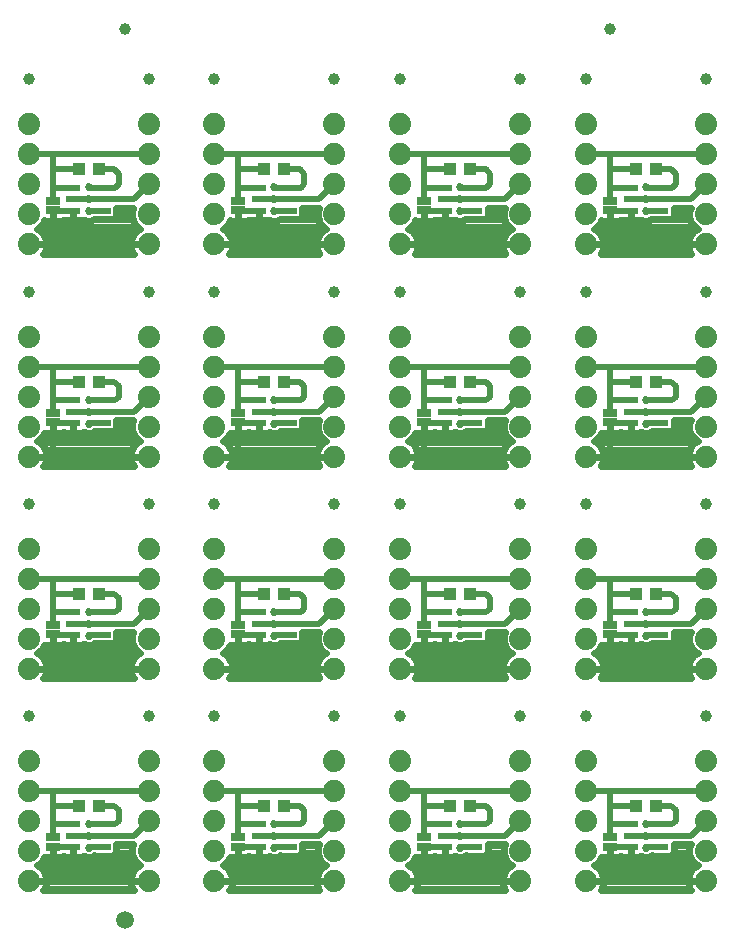
<source format=gtl>
G75*
%MOIN*%
%OFA0B0*%
%FSLAX25Y25*%
%IPPOS*%
%LPD*%
%AMOC8*
5,1,8,0,0,1.08239X$1,22.5*
%
%ADD10C,0.03937*%
%ADD11C,0.07400*%
%ADD12R,0.04724X0.02165*%
%ADD13R,0.04331X0.03937*%
%ADD14R,0.05000X0.02500*%
%ADD15C,0.05906*%
%ADD16C,0.02000*%
%ADD17C,0.02400*%
%ADD18C,0.02700*%
D10*
X0043750Y0088500D03*
X0083750Y0088500D03*
X0105671Y0088500D03*
X0145671Y0088500D03*
X0167592Y0088500D03*
X0207592Y0088500D03*
X0229514Y0088500D03*
X0269514Y0088500D03*
X0269514Y0159201D03*
X0229514Y0159201D03*
X0207592Y0159201D03*
X0167592Y0159201D03*
X0145671Y0159201D03*
X0105671Y0159201D03*
X0083750Y0159201D03*
X0043750Y0159201D03*
X0043750Y0229902D03*
X0083750Y0229902D03*
X0105671Y0229902D03*
X0145671Y0229902D03*
X0167592Y0229902D03*
X0207592Y0229902D03*
X0229514Y0229902D03*
X0269514Y0229902D03*
X0269514Y0300602D03*
X0237435Y0317553D03*
X0229514Y0300602D03*
X0207592Y0300602D03*
X0167592Y0300602D03*
X0145671Y0300602D03*
X0105671Y0300602D03*
X0083750Y0300602D03*
X0075750Y0317553D03*
X0043750Y0300602D03*
D11*
X0043750Y0033500D03*
X0043750Y0043500D03*
X0043750Y0053500D03*
X0043750Y0063500D03*
X0043750Y0073500D03*
X0043750Y0104201D03*
X0043750Y0114201D03*
X0043750Y0124201D03*
X0043750Y0134201D03*
X0043750Y0144201D03*
X0043750Y0174902D03*
X0043750Y0184902D03*
X0043750Y0194902D03*
X0043750Y0204902D03*
X0043750Y0214902D03*
X0043750Y0245602D03*
X0043750Y0255602D03*
X0043750Y0265602D03*
X0043750Y0275602D03*
X0043750Y0285602D03*
X0083750Y0285602D03*
X0083750Y0275602D03*
X0083750Y0265602D03*
X0083750Y0255602D03*
X0083750Y0245602D03*
X0105671Y0245602D03*
X0105671Y0255602D03*
X0105671Y0265602D03*
X0105671Y0275602D03*
X0105671Y0285602D03*
X0145671Y0285602D03*
X0145671Y0275602D03*
X0145671Y0265602D03*
X0145671Y0255602D03*
X0145671Y0245602D03*
X0167592Y0245602D03*
X0167592Y0255602D03*
X0167592Y0265602D03*
X0167592Y0275602D03*
X0167592Y0285602D03*
X0207592Y0285602D03*
X0207592Y0275602D03*
X0207592Y0265602D03*
X0207592Y0255602D03*
X0207592Y0245602D03*
X0229514Y0245602D03*
X0229514Y0255602D03*
X0229514Y0265602D03*
X0229514Y0275602D03*
X0229514Y0285602D03*
X0269514Y0285602D03*
X0269514Y0275602D03*
X0269514Y0265602D03*
X0269514Y0255602D03*
X0269514Y0245602D03*
X0269514Y0214902D03*
X0269514Y0204902D03*
X0269514Y0194902D03*
X0269514Y0184902D03*
X0269514Y0174902D03*
X0269514Y0144201D03*
X0269514Y0134201D03*
X0269514Y0124201D03*
X0269514Y0114201D03*
X0269514Y0104201D03*
X0269514Y0073500D03*
X0269514Y0063500D03*
X0269514Y0053500D03*
X0269514Y0043500D03*
X0269514Y0033500D03*
X0229514Y0033500D03*
X0229514Y0043500D03*
X0229514Y0053500D03*
X0229514Y0063500D03*
X0229514Y0073500D03*
X0207592Y0073500D03*
X0207592Y0063500D03*
X0207592Y0053500D03*
X0207592Y0043500D03*
X0207592Y0033500D03*
X0167592Y0033500D03*
X0167592Y0043500D03*
X0167592Y0053500D03*
X0167592Y0063500D03*
X0167592Y0073500D03*
X0145671Y0073500D03*
X0145671Y0063500D03*
X0145671Y0053500D03*
X0145671Y0043500D03*
X0145671Y0033500D03*
X0105671Y0033500D03*
X0105671Y0043500D03*
X0105671Y0053500D03*
X0105671Y0063500D03*
X0105671Y0073500D03*
X0083750Y0073500D03*
X0083750Y0063500D03*
X0083750Y0053500D03*
X0083750Y0043500D03*
X0083750Y0033500D03*
X0083750Y0104201D03*
X0083750Y0114201D03*
X0083750Y0124201D03*
X0083750Y0134201D03*
X0083750Y0144201D03*
X0105671Y0144201D03*
X0105671Y0134201D03*
X0105671Y0124201D03*
X0105671Y0114201D03*
X0105671Y0104201D03*
X0145671Y0104201D03*
X0145671Y0114201D03*
X0145671Y0124201D03*
X0145671Y0134201D03*
X0145671Y0144201D03*
X0167592Y0144201D03*
X0167592Y0134201D03*
X0167592Y0124201D03*
X0167592Y0114201D03*
X0167592Y0104201D03*
X0207592Y0104201D03*
X0207592Y0114201D03*
X0207592Y0124201D03*
X0207592Y0134201D03*
X0207592Y0144201D03*
X0229514Y0144201D03*
X0229514Y0134201D03*
X0229514Y0124201D03*
X0229514Y0114201D03*
X0229514Y0104201D03*
X0229514Y0174902D03*
X0229514Y0184902D03*
X0229514Y0194902D03*
X0229514Y0204902D03*
X0229514Y0214902D03*
X0207592Y0214902D03*
X0207592Y0204902D03*
X0207592Y0194902D03*
X0207592Y0184902D03*
X0207592Y0174902D03*
X0167592Y0174902D03*
X0167592Y0184902D03*
X0167592Y0194902D03*
X0167592Y0204902D03*
X0167592Y0214902D03*
X0145671Y0214902D03*
X0145671Y0204902D03*
X0145671Y0194902D03*
X0145671Y0184902D03*
X0145671Y0174902D03*
X0105671Y0174902D03*
X0105671Y0184902D03*
X0105671Y0194902D03*
X0105671Y0204902D03*
X0105671Y0214902D03*
X0083750Y0214902D03*
X0083750Y0204902D03*
X0083750Y0194902D03*
X0083750Y0184902D03*
X0083750Y0174902D03*
D12*
X0068869Y0186161D03*
X0068869Y0193642D03*
X0058631Y0193642D03*
X0058631Y0189902D03*
X0058631Y0186161D03*
X0120553Y0186161D03*
X0120553Y0189902D03*
X0120553Y0193642D03*
X0130790Y0193642D03*
X0130790Y0186161D03*
X0182474Y0186161D03*
X0182474Y0189902D03*
X0182474Y0193642D03*
X0192711Y0193642D03*
X0192711Y0186161D03*
X0244395Y0186161D03*
X0244395Y0189902D03*
X0244395Y0193642D03*
X0254632Y0193642D03*
X0254632Y0186161D03*
X0254632Y0122941D03*
X0254632Y0115461D03*
X0244395Y0115461D03*
X0244395Y0119201D03*
X0244395Y0122941D03*
X0192711Y0122941D03*
X0192711Y0115461D03*
X0182474Y0115461D03*
X0182474Y0119201D03*
X0182474Y0122941D03*
X0130790Y0122941D03*
X0130790Y0115461D03*
X0120553Y0115461D03*
X0120553Y0119201D03*
X0120553Y0122941D03*
X0068869Y0122941D03*
X0068869Y0115461D03*
X0058631Y0115461D03*
X0058631Y0119201D03*
X0058631Y0122941D03*
X0058631Y0052240D03*
X0058631Y0048500D03*
X0058631Y0044760D03*
X0068869Y0044760D03*
X0068869Y0052240D03*
X0120553Y0052240D03*
X0120553Y0048500D03*
X0120553Y0044760D03*
X0130790Y0044760D03*
X0130790Y0052240D03*
X0182474Y0052240D03*
X0182474Y0048500D03*
X0182474Y0044760D03*
X0192711Y0044760D03*
X0192711Y0052240D03*
X0244395Y0052240D03*
X0244395Y0048500D03*
X0244395Y0044760D03*
X0254632Y0044760D03*
X0254632Y0052240D03*
X0254632Y0256862D03*
X0254632Y0264343D03*
X0244395Y0264343D03*
X0244395Y0260602D03*
X0244395Y0256862D03*
X0192711Y0256862D03*
X0192711Y0264343D03*
X0182474Y0264343D03*
X0182474Y0260602D03*
X0182474Y0256862D03*
X0130790Y0256862D03*
X0130790Y0264343D03*
X0120553Y0264343D03*
X0120553Y0260602D03*
X0120553Y0256862D03*
X0068869Y0256862D03*
X0068869Y0264343D03*
X0058631Y0264343D03*
X0058631Y0260602D03*
X0058631Y0256862D03*
D13*
X0060404Y0270602D03*
X0067096Y0270602D03*
X0122325Y0270602D03*
X0129018Y0270602D03*
X0184246Y0270602D03*
X0190939Y0270602D03*
X0246167Y0270602D03*
X0252860Y0270602D03*
X0252860Y0199902D03*
X0246167Y0199902D03*
X0190939Y0199902D03*
X0184246Y0199902D03*
X0129018Y0199902D03*
X0122325Y0199902D03*
X0067096Y0199902D03*
X0060404Y0199902D03*
X0060404Y0129201D03*
X0067096Y0129201D03*
X0122325Y0129201D03*
X0129018Y0129201D03*
X0184246Y0129201D03*
X0190939Y0129201D03*
X0246167Y0129201D03*
X0252860Y0129201D03*
X0252860Y0058500D03*
X0246167Y0058500D03*
X0190939Y0058500D03*
X0184246Y0058500D03*
X0129018Y0058500D03*
X0122325Y0058500D03*
X0067096Y0058500D03*
X0060404Y0058500D03*
D14*
X0051750Y0048100D03*
X0051750Y0044900D03*
X0113671Y0044900D03*
X0113671Y0048100D03*
X0175592Y0048100D03*
X0175592Y0044900D03*
X0237514Y0044900D03*
X0237514Y0048100D03*
X0237514Y0115601D03*
X0237514Y0118801D03*
X0175592Y0118801D03*
X0175592Y0115601D03*
X0113671Y0115601D03*
X0113671Y0118801D03*
X0051750Y0118801D03*
X0051750Y0115601D03*
X0051750Y0186302D03*
X0051750Y0189502D03*
X0113671Y0189502D03*
X0113671Y0186302D03*
X0175592Y0186302D03*
X0175592Y0189502D03*
X0237514Y0189502D03*
X0237514Y0186302D03*
X0237514Y0257002D03*
X0237514Y0260202D03*
X0175592Y0260202D03*
X0175592Y0257002D03*
X0113671Y0257002D03*
X0113671Y0260202D03*
X0051750Y0260202D03*
X0051750Y0257002D03*
D15*
X0075750Y0020250D03*
D16*
X0083750Y0033500D02*
X0051750Y0033500D01*
X0051750Y0044500D01*
X0052010Y0044760D01*
X0058631Y0044760D01*
X0058631Y0048500D02*
X0063750Y0048500D01*
X0078750Y0048500D01*
X0083750Y0053500D01*
X0073750Y0053500D02*
X0073750Y0057000D01*
X0072250Y0058500D01*
X0067096Y0058500D01*
X0068869Y0052240D02*
X0064010Y0052240D01*
X0063750Y0052500D01*
X0058631Y0052240D02*
X0051990Y0052240D01*
X0051750Y0052000D01*
X0051750Y0058500D01*
X0060404Y0058500D01*
X0051750Y0058500D02*
X0051750Y0063500D01*
X0083750Y0063500D01*
X0073750Y0053500D02*
X0072490Y0052240D01*
X0068869Y0052240D01*
X0068869Y0044760D02*
X0064010Y0044760D01*
X0063750Y0044500D01*
X0051750Y0044500D02*
X0051750Y0044900D01*
X0051750Y0048100D02*
X0051750Y0052000D01*
X0051750Y0063500D02*
X0043750Y0063500D01*
X0043750Y0033500D02*
X0051750Y0033500D01*
X0105671Y0033500D02*
X0113671Y0033500D01*
X0113671Y0044500D01*
X0113931Y0044760D01*
X0120553Y0044760D01*
X0120553Y0048500D02*
X0125671Y0048500D01*
X0140671Y0048500D01*
X0145671Y0053500D01*
X0135671Y0053500D02*
X0135671Y0057000D01*
X0134171Y0058500D01*
X0129018Y0058500D01*
X0130790Y0052240D02*
X0125931Y0052240D01*
X0125671Y0052500D01*
X0120553Y0052240D02*
X0113911Y0052240D01*
X0113671Y0052000D01*
X0113671Y0058500D01*
X0122325Y0058500D01*
X0113671Y0058500D02*
X0113671Y0063500D01*
X0145671Y0063500D01*
X0135671Y0053500D02*
X0134411Y0052240D01*
X0130790Y0052240D01*
X0130790Y0044760D02*
X0125931Y0044760D01*
X0125671Y0044500D01*
X0113671Y0044500D02*
X0113671Y0044900D01*
X0113671Y0048100D02*
X0113671Y0052000D01*
X0113671Y0063500D02*
X0105671Y0063500D01*
X0113671Y0033500D02*
X0145671Y0033500D01*
X0167592Y0033500D02*
X0175592Y0033500D01*
X0175592Y0044500D01*
X0175852Y0044760D01*
X0182474Y0044760D01*
X0182474Y0048500D02*
X0187592Y0048500D01*
X0202592Y0048500D01*
X0207592Y0053500D01*
X0197592Y0053500D02*
X0197592Y0057000D01*
X0196092Y0058500D01*
X0190939Y0058500D01*
X0192711Y0052240D02*
X0187852Y0052240D01*
X0187592Y0052500D01*
X0182474Y0052240D02*
X0175833Y0052240D01*
X0175592Y0052000D01*
X0175592Y0058500D01*
X0184246Y0058500D01*
X0175592Y0058500D02*
X0175592Y0063500D01*
X0207592Y0063500D01*
X0197592Y0053500D02*
X0196333Y0052240D01*
X0192711Y0052240D01*
X0192711Y0044760D02*
X0187852Y0044760D01*
X0187592Y0044500D01*
X0175592Y0044500D02*
X0175592Y0044900D01*
X0175592Y0048100D02*
X0175592Y0052000D01*
X0175592Y0063500D02*
X0167592Y0063500D01*
X0175592Y0033500D02*
X0207592Y0033500D01*
X0229514Y0033500D02*
X0237514Y0033500D01*
X0237514Y0044500D01*
X0237774Y0044760D01*
X0244395Y0044760D01*
X0244395Y0048500D02*
X0249514Y0048500D01*
X0264514Y0048500D01*
X0269514Y0053500D01*
X0269514Y0063500D02*
X0237514Y0063500D01*
X0237514Y0058500D01*
X0246167Y0058500D01*
X0244395Y0052240D02*
X0237754Y0052240D01*
X0237514Y0052000D01*
X0237514Y0058500D01*
X0237514Y0063500D02*
X0229514Y0063500D01*
X0237514Y0052000D02*
X0237514Y0048100D01*
X0237514Y0044900D02*
X0237514Y0044500D01*
X0249514Y0044500D02*
X0249774Y0044760D01*
X0254632Y0044760D01*
X0254632Y0052240D02*
X0249774Y0052240D01*
X0249514Y0052500D01*
X0254632Y0052240D02*
X0258254Y0052240D01*
X0259514Y0053500D01*
X0259514Y0057000D01*
X0258014Y0058500D01*
X0252860Y0058500D01*
X0237514Y0033500D02*
X0269514Y0033500D01*
X0269514Y0104201D02*
X0237514Y0104201D01*
X0237514Y0115201D01*
X0237774Y0115461D01*
X0244395Y0115461D01*
X0244395Y0119201D02*
X0249514Y0119201D01*
X0264514Y0119201D01*
X0269514Y0124201D01*
X0269514Y0134201D02*
X0237514Y0134201D01*
X0237514Y0129201D01*
X0246167Y0129201D01*
X0244395Y0122941D02*
X0237754Y0122941D01*
X0237514Y0122701D01*
X0237514Y0129201D01*
X0237514Y0134201D02*
X0229514Y0134201D01*
X0237514Y0122701D02*
X0237514Y0118801D01*
X0237514Y0115601D02*
X0237514Y0115201D01*
X0249514Y0115201D02*
X0249774Y0115461D01*
X0254632Y0115461D01*
X0254632Y0122941D02*
X0249774Y0122941D01*
X0249514Y0123201D01*
X0254632Y0122941D02*
X0258254Y0122941D01*
X0259514Y0124201D01*
X0259514Y0127701D01*
X0258014Y0129201D01*
X0252860Y0129201D01*
X0237514Y0104201D02*
X0229514Y0104201D01*
X0207592Y0104201D02*
X0175592Y0104201D01*
X0175592Y0115201D01*
X0175852Y0115461D01*
X0182474Y0115461D01*
X0182474Y0119201D02*
X0187592Y0119201D01*
X0202592Y0119201D01*
X0207592Y0124201D01*
X0197592Y0124201D02*
X0197592Y0127701D01*
X0196092Y0129201D01*
X0190939Y0129201D01*
X0192711Y0122941D02*
X0187852Y0122941D01*
X0187592Y0123201D01*
X0182474Y0122941D02*
X0175833Y0122941D01*
X0175592Y0122701D01*
X0175592Y0129201D01*
X0184246Y0129201D01*
X0175592Y0129201D02*
X0175592Y0134201D01*
X0207592Y0134201D01*
X0197592Y0124201D02*
X0196333Y0122941D01*
X0192711Y0122941D01*
X0192711Y0115461D02*
X0187852Y0115461D01*
X0187592Y0115201D01*
X0175592Y0115201D02*
X0175592Y0115601D01*
X0175592Y0118801D02*
X0175592Y0122701D01*
X0175592Y0134201D02*
X0167592Y0134201D01*
X0145671Y0134201D02*
X0113671Y0134201D01*
X0113671Y0129201D01*
X0122325Y0129201D01*
X0120553Y0122941D02*
X0113911Y0122941D01*
X0113671Y0122701D01*
X0113671Y0129201D01*
X0113671Y0134201D02*
X0105671Y0134201D01*
X0113671Y0122701D02*
X0113671Y0118801D01*
X0113671Y0115601D02*
X0113671Y0115201D01*
X0113931Y0115461D01*
X0120553Y0115461D01*
X0120553Y0119201D02*
X0125671Y0119201D01*
X0140671Y0119201D01*
X0145671Y0124201D01*
X0135671Y0124201D02*
X0135671Y0127701D01*
X0134171Y0129201D01*
X0129018Y0129201D01*
X0130790Y0122941D02*
X0125931Y0122941D01*
X0125671Y0123201D01*
X0130790Y0122941D02*
X0134411Y0122941D01*
X0135671Y0124201D01*
X0130790Y0115461D02*
X0125931Y0115461D01*
X0125671Y0115201D01*
X0113671Y0115201D02*
X0113671Y0104201D01*
X0105671Y0104201D01*
X0113671Y0104201D02*
X0145671Y0104201D01*
X0167592Y0104201D02*
X0175592Y0104201D01*
X0175592Y0174902D02*
X0167592Y0174902D01*
X0175592Y0174902D02*
X0175592Y0185902D01*
X0175852Y0186161D01*
X0182474Y0186161D01*
X0182474Y0189902D02*
X0187592Y0189902D01*
X0202592Y0189902D01*
X0207592Y0194902D01*
X0197592Y0194902D02*
X0197592Y0198402D01*
X0196092Y0199902D01*
X0190939Y0199902D01*
X0192711Y0193642D02*
X0187852Y0193642D01*
X0187592Y0193902D01*
X0182474Y0193642D02*
X0175833Y0193642D01*
X0175592Y0193402D01*
X0175592Y0199902D01*
X0184246Y0199902D01*
X0175592Y0199902D02*
X0175592Y0204902D01*
X0207592Y0204902D01*
X0197592Y0194902D02*
X0196333Y0193642D01*
X0192711Y0193642D01*
X0192711Y0186161D02*
X0187852Y0186161D01*
X0187592Y0185902D01*
X0175592Y0185902D02*
X0175592Y0186302D01*
X0175592Y0189502D02*
X0175592Y0193402D01*
X0175592Y0204902D02*
X0167592Y0204902D01*
X0145671Y0204902D02*
X0113671Y0204902D01*
X0113671Y0199902D01*
X0122325Y0199902D01*
X0120553Y0193642D02*
X0113911Y0193642D01*
X0113671Y0193402D01*
X0113671Y0199902D01*
X0113671Y0204902D02*
X0105671Y0204902D01*
X0113671Y0193402D02*
X0113671Y0189502D01*
X0113671Y0186302D02*
X0113671Y0185902D01*
X0113931Y0186161D01*
X0120553Y0186161D01*
X0120553Y0189902D02*
X0125671Y0189902D01*
X0140671Y0189902D01*
X0145671Y0194902D01*
X0135671Y0194902D02*
X0135671Y0198402D01*
X0134171Y0199902D01*
X0129018Y0199902D01*
X0130790Y0193642D02*
X0125931Y0193642D01*
X0125671Y0193902D01*
X0130790Y0193642D02*
X0134411Y0193642D01*
X0135671Y0194902D01*
X0130790Y0186161D02*
X0125931Y0186161D01*
X0125671Y0185902D01*
X0113671Y0185902D02*
X0113671Y0174902D01*
X0105671Y0174902D01*
X0113671Y0174902D02*
X0145671Y0174902D01*
X0175592Y0174902D02*
X0207592Y0174902D01*
X0229514Y0174902D02*
X0237514Y0174902D01*
X0237514Y0185902D01*
X0237774Y0186161D01*
X0244395Y0186161D01*
X0244395Y0189902D02*
X0249514Y0189902D01*
X0264514Y0189902D01*
X0269514Y0194902D01*
X0269514Y0204902D02*
X0237514Y0204902D01*
X0237514Y0199902D01*
X0246167Y0199902D01*
X0244395Y0193642D02*
X0237754Y0193642D01*
X0237514Y0193402D01*
X0237514Y0199902D01*
X0237514Y0204902D02*
X0229514Y0204902D01*
X0237514Y0193402D02*
X0237514Y0189502D01*
X0237514Y0186302D02*
X0237514Y0185902D01*
X0249514Y0185902D02*
X0249774Y0186161D01*
X0254632Y0186161D01*
X0254632Y0193642D02*
X0249774Y0193642D01*
X0249514Y0193902D01*
X0254632Y0193642D02*
X0258254Y0193642D01*
X0259514Y0194902D01*
X0259514Y0198402D01*
X0258014Y0199902D01*
X0252860Y0199902D01*
X0237514Y0174902D02*
X0269514Y0174902D01*
X0269514Y0245602D02*
X0237514Y0245602D01*
X0237514Y0256602D01*
X0237774Y0256862D01*
X0244395Y0256862D01*
X0244395Y0260602D02*
X0249514Y0260602D01*
X0264514Y0260602D01*
X0269514Y0265602D01*
X0259514Y0265602D02*
X0259514Y0269102D01*
X0258014Y0270602D01*
X0252860Y0270602D01*
X0254632Y0264343D02*
X0249774Y0264343D01*
X0249514Y0264602D01*
X0254632Y0264343D02*
X0258254Y0264343D01*
X0259514Y0265602D01*
X0254632Y0256862D02*
X0249774Y0256862D01*
X0249514Y0256602D01*
X0244395Y0264343D02*
X0237754Y0264343D01*
X0237514Y0264102D01*
X0237514Y0270602D01*
X0246167Y0270602D01*
X0237514Y0270602D02*
X0237514Y0275602D01*
X0269514Y0275602D01*
X0237514Y0275602D02*
X0229514Y0275602D01*
X0237514Y0264102D02*
X0237514Y0260202D01*
X0237514Y0257002D02*
X0237514Y0256602D01*
X0237514Y0245602D02*
X0229514Y0245602D01*
X0207592Y0245602D02*
X0175592Y0245602D01*
X0175592Y0256602D01*
X0175852Y0256862D01*
X0182474Y0256862D01*
X0182474Y0260602D02*
X0187592Y0260602D01*
X0202592Y0260602D01*
X0207592Y0265602D01*
X0197592Y0265602D02*
X0197592Y0269102D01*
X0196092Y0270602D01*
X0190939Y0270602D01*
X0192711Y0264343D02*
X0187852Y0264343D01*
X0187592Y0264602D01*
X0182474Y0264343D02*
X0175833Y0264343D01*
X0175592Y0264102D01*
X0175592Y0270602D01*
X0184246Y0270602D01*
X0175592Y0270602D02*
X0175592Y0275602D01*
X0207592Y0275602D01*
X0197592Y0265602D02*
X0196333Y0264343D01*
X0192711Y0264343D01*
X0192711Y0256862D02*
X0187852Y0256862D01*
X0187592Y0256602D01*
X0175592Y0256602D02*
X0175592Y0257002D01*
X0175592Y0260202D02*
X0175592Y0264102D01*
X0175592Y0275602D02*
X0167592Y0275602D01*
X0145671Y0275602D02*
X0113671Y0275602D01*
X0113671Y0270602D01*
X0122325Y0270602D01*
X0120553Y0264343D02*
X0113911Y0264343D01*
X0113671Y0264102D01*
X0113671Y0270602D01*
X0113671Y0275602D02*
X0105671Y0275602D01*
X0113671Y0264102D02*
X0113671Y0260202D01*
X0113671Y0257002D02*
X0113671Y0256602D01*
X0113931Y0256862D01*
X0120553Y0256862D01*
X0120553Y0260602D02*
X0125671Y0260602D01*
X0140671Y0260602D01*
X0145671Y0265602D01*
X0135671Y0265602D02*
X0135671Y0269102D01*
X0134171Y0270602D01*
X0129018Y0270602D01*
X0130790Y0264343D02*
X0125931Y0264343D01*
X0125671Y0264602D01*
X0130790Y0264343D02*
X0134411Y0264343D01*
X0135671Y0265602D01*
X0130790Y0256862D02*
X0125931Y0256862D01*
X0125671Y0256602D01*
X0113671Y0256602D02*
X0113671Y0245602D01*
X0105671Y0245602D01*
X0113671Y0245602D02*
X0145671Y0245602D01*
X0167592Y0245602D02*
X0175592Y0245602D01*
X0083750Y0245602D02*
X0051750Y0245602D01*
X0051750Y0256602D01*
X0052010Y0256862D01*
X0058631Y0256862D01*
X0058631Y0260602D02*
X0063750Y0260602D01*
X0078750Y0260602D01*
X0083750Y0265602D01*
X0073750Y0265602D02*
X0073750Y0269102D01*
X0072250Y0270602D01*
X0067096Y0270602D01*
X0068869Y0264343D02*
X0064010Y0264343D01*
X0063750Y0264602D01*
X0058631Y0264343D02*
X0051990Y0264343D01*
X0051750Y0264102D01*
X0051750Y0270602D01*
X0060404Y0270602D01*
X0051750Y0270602D02*
X0051750Y0275602D01*
X0083750Y0275602D01*
X0073750Y0265602D02*
X0072490Y0264343D01*
X0068869Y0264343D01*
X0068869Y0256862D02*
X0064010Y0256862D01*
X0063750Y0256602D01*
X0051750Y0256602D02*
X0051750Y0257002D01*
X0051750Y0260202D02*
X0051750Y0264102D01*
X0051750Y0275602D02*
X0043750Y0275602D01*
X0043750Y0245602D02*
X0051750Y0245602D01*
X0051750Y0204902D02*
X0043750Y0204902D01*
X0051750Y0204902D02*
X0051750Y0199902D01*
X0060404Y0199902D01*
X0058631Y0193642D02*
X0051990Y0193642D01*
X0051750Y0193402D01*
X0051750Y0199902D01*
X0051750Y0204902D02*
X0083750Y0204902D01*
X0073750Y0198402D02*
X0072250Y0199902D01*
X0067096Y0199902D01*
X0068869Y0193642D02*
X0064010Y0193642D01*
X0063750Y0193902D01*
X0063750Y0189902D02*
X0058631Y0189902D01*
X0058631Y0186161D02*
X0052010Y0186161D01*
X0051750Y0185902D01*
X0051750Y0174902D01*
X0043750Y0174902D01*
X0051750Y0174902D02*
X0083750Y0174902D01*
X0068869Y0186161D02*
X0064010Y0186161D01*
X0063750Y0185902D01*
X0063750Y0189902D02*
X0078750Y0189902D01*
X0083750Y0194902D01*
X0073750Y0194902D02*
X0073750Y0198402D01*
X0073750Y0194902D02*
X0072490Y0193642D01*
X0068869Y0193642D01*
X0051750Y0193402D02*
X0051750Y0189502D01*
X0051750Y0186302D02*
X0051750Y0185902D01*
X0051750Y0134201D02*
X0043750Y0134201D01*
X0051750Y0134201D02*
X0051750Y0129201D01*
X0060404Y0129201D01*
X0058631Y0122941D02*
X0051990Y0122941D01*
X0051750Y0122701D01*
X0051750Y0129201D01*
X0051750Y0134201D02*
X0083750Y0134201D01*
X0073750Y0127701D02*
X0072250Y0129201D01*
X0067096Y0129201D01*
X0068869Y0122941D02*
X0064010Y0122941D01*
X0063750Y0123201D01*
X0063750Y0119201D02*
X0058631Y0119201D01*
X0058631Y0115461D02*
X0052010Y0115461D01*
X0051750Y0115201D01*
X0051750Y0104201D01*
X0043750Y0104201D01*
X0051750Y0104201D02*
X0083750Y0104201D01*
X0068869Y0115461D02*
X0064010Y0115461D01*
X0063750Y0115201D01*
X0063750Y0119201D02*
X0078750Y0119201D01*
X0083750Y0124201D01*
X0073750Y0124201D02*
X0073750Y0127701D01*
X0073750Y0124201D02*
X0072490Y0122941D01*
X0068869Y0122941D01*
X0051750Y0122701D02*
X0051750Y0118801D01*
X0051750Y0115601D02*
X0051750Y0115201D01*
D17*
X0051750Y0114846D02*
X0051750Y0114846D01*
X0051750Y0115601D02*
X0051750Y0112151D01*
X0054540Y0112151D01*
X0055099Y0112301D01*
X0055283Y0112407D01*
X0055420Y0112328D01*
X0055980Y0112178D01*
X0058631Y0112178D01*
X0058631Y0115461D01*
X0058632Y0115461D01*
X0058632Y0112178D01*
X0061283Y0112178D01*
X0061843Y0112328D01*
X0062098Y0112475D01*
X0063123Y0112051D01*
X0064377Y0112051D01*
X0065534Y0112530D01*
X0065665Y0112661D01*
X0065678Y0112661D01*
X0065761Y0112578D01*
X0071976Y0112578D01*
X0073031Y0113632D01*
X0073031Y0116401D01*
X0078708Y0116401D01*
X0078250Y0115295D01*
X0078250Y0113107D01*
X0079087Y0111085D01*
X0080634Y0109538D01*
X0080963Y0109402D01*
X0080658Y0109247D01*
X0079906Y0108701D01*
X0079250Y0108044D01*
X0078704Y0107293D01*
X0078282Y0106466D01*
X0077995Y0105582D01*
X0077850Y0104665D01*
X0077850Y0104201D01*
X0083750Y0104201D01*
X0083750Y0104201D01*
X0077850Y0104201D01*
X0077850Y0103736D01*
X0077995Y0102819D01*
X0078282Y0101936D01*
X0078704Y0101109D01*
X0078782Y0101001D01*
X0048718Y0101001D01*
X0048796Y0101109D01*
X0049218Y0101936D01*
X0049505Y0102819D01*
X0049650Y0103736D01*
X0049650Y0104201D01*
X0049650Y0104665D01*
X0049505Y0105582D01*
X0049218Y0106466D01*
X0048796Y0107293D01*
X0048250Y0108044D01*
X0047594Y0108701D01*
X0046842Y0109247D01*
X0046537Y0109402D01*
X0046865Y0109538D01*
X0048413Y0111085D01*
X0048865Y0112176D01*
X0048960Y0112151D01*
X0051750Y0112151D01*
X0051750Y0115601D01*
X0051750Y0115601D01*
X0051750Y0112448D02*
X0051750Y0112448D01*
X0047377Y0110049D02*
X0080123Y0110049D01*
X0078964Y0107651D02*
X0048536Y0107651D01*
X0049557Y0105252D02*
X0077943Y0105252D01*
X0077990Y0102854D02*
X0049510Y0102854D01*
X0049650Y0104201D02*
X0043750Y0104201D01*
X0049650Y0104201D01*
X0043750Y0104201D02*
X0043750Y0104201D01*
X0058631Y0112448D02*
X0058632Y0112448D01*
X0058631Y0114846D02*
X0058632Y0114846D01*
X0062051Y0112448D02*
X0062165Y0112448D01*
X0065335Y0112448D02*
X0078523Y0112448D01*
X0078250Y0114846D02*
X0073031Y0114846D01*
X0105671Y0104201D02*
X0111571Y0104201D01*
X0111571Y0104665D01*
X0111426Y0105582D01*
X0111139Y0106466D01*
X0110717Y0107293D01*
X0110172Y0108044D01*
X0109515Y0108701D01*
X0108764Y0109247D01*
X0108459Y0109402D01*
X0108787Y0109538D01*
X0110334Y0111085D01*
X0110786Y0112176D01*
X0110882Y0112151D01*
X0113671Y0112151D01*
X0113671Y0115601D01*
X0113671Y0115601D01*
X0113671Y0112151D01*
X0116461Y0112151D01*
X0117020Y0112301D01*
X0117204Y0112407D01*
X0117341Y0112328D01*
X0117901Y0112178D01*
X0120553Y0112178D01*
X0123205Y0112178D01*
X0123764Y0112328D01*
X0124020Y0112475D01*
X0125045Y0112051D01*
X0126298Y0112051D01*
X0127456Y0112530D01*
X0127586Y0112661D01*
X0127599Y0112661D01*
X0127682Y0112578D01*
X0133898Y0112578D01*
X0134952Y0113632D01*
X0134952Y0116401D01*
X0140629Y0116401D01*
X0140171Y0115295D01*
X0140171Y0113107D01*
X0141009Y0111085D01*
X0142556Y0109538D01*
X0142884Y0109402D01*
X0142579Y0109247D01*
X0141828Y0108701D01*
X0141171Y0108044D01*
X0140625Y0107293D01*
X0140204Y0106466D01*
X0139917Y0105582D01*
X0139771Y0104665D01*
X0139771Y0104201D01*
X0145671Y0104201D01*
X0145671Y0104201D01*
X0139771Y0104201D01*
X0139771Y0103736D01*
X0139917Y0102819D01*
X0140204Y0101936D01*
X0140625Y0101109D01*
X0140703Y0101001D01*
X0110639Y0101001D01*
X0110717Y0101109D01*
X0111139Y0101936D01*
X0111426Y0102819D01*
X0111571Y0103736D01*
X0111571Y0104201D01*
X0105671Y0104201D01*
X0105671Y0104201D01*
X0110457Y0107651D02*
X0140885Y0107651D01*
X0139864Y0105252D02*
X0111478Y0105252D01*
X0111431Y0102854D02*
X0139911Y0102854D01*
X0142045Y0110049D02*
X0109298Y0110049D01*
X0113671Y0112448D02*
X0113671Y0112448D01*
X0113671Y0114846D02*
X0113671Y0114846D01*
X0120553Y0114846D02*
X0120553Y0114846D01*
X0120553Y0115461D02*
X0120553Y0112178D01*
X0120553Y0115461D01*
X0120553Y0115461D01*
X0120553Y0112448D02*
X0120553Y0112448D01*
X0123972Y0112448D02*
X0124086Y0112448D01*
X0127257Y0112448D02*
X0140444Y0112448D01*
X0140171Y0114846D02*
X0134952Y0114846D01*
X0167593Y0104201D02*
X0173492Y0104201D01*
X0173492Y0104665D01*
X0173347Y0105582D01*
X0173060Y0106466D01*
X0172639Y0107293D01*
X0172093Y0108044D01*
X0171436Y0108701D01*
X0170685Y0109247D01*
X0170380Y0109402D01*
X0170708Y0109538D01*
X0172255Y0111085D01*
X0172707Y0112176D01*
X0172803Y0112151D01*
X0175592Y0112151D01*
X0175592Y0115601D01*
X0175593Y0115601D01*
X0175593Y0112151D01*
X0178382Y0112151D01*
X0178942Y0112301D01*
X0179126Y0112407D01*
X0179263Y0112328D01*
X0179822Y0112178D01*
X0182474Y0112178D01*
X0185126Y0112178D01*
X0185685Y0112328D01*
X0185941Y0112475D01*
X0186966Y0112051D01*
X0188219Y0112051D01*
X0189377Y0112530D01*
X0189507Y0112661D01*
X0189521Y0112661D01*
X0189603Y0112578D01*
X0195819Y0112578D01*
X0196873Y0113632D01*
X0196873Y0116401D01*
X0202551Y0116401D01*
X0202092Y0115295D01*
X0202092Y0113107D01*
X0202930Y0111085D01*
X0204477Y0109538D01*
X0204805Y0109402D01*
X0204500Y0109247D01*
X0203749Y0108701D01*
X0203092Y0108044D01*
X0202546Y0107293D01*
X0202125Y0106466D01*
X0201838Y0105582D01*
X0201692Y0104665D01*
X0201692Y0104201D01*
X0207592Y0104201D01*
X0207592Y0104201D01*
X0201692Y0104201D01*
X0201692Y0103736D01*
X0201838Y0102819D01*
X0202125Y0101936D01*
X0202546Y0101109D01*
X0202625Y0101001D01*
X0172560Y0101001D01*
X0172639Y0101109D01*
X0173060Y0101936D01*
X0173347Y0102819D01*
X0173492Y0103736D01*
X0173492Y0104201D01*
X0167593Y0104201D01*
X0167593Y0104201D01*
X0172379Y0107651D02*
X0202806Y0107651D01*
X0201786Y0105252D02*
X0173399Y0105252D01*
X0173353Y0102854D02*
X0201832Y0102854D01*
X0203966Y0110049D02*
X0171219Y0110049D01*
X0175592Y0112448D02*
X0175593Y0112448D01*
X0175592Y0114846D02*
X0175593Y0114846D01*
X0182474Y0114846D02*
X0182474Y0114846D01*
X0182474Y0115461D02*
X0182474Y0112178D01*
X0182474Y0115461D01*
X0182474Y0115461D01*
X0182474Y0112448D02*
X0182474Y0112448D01*
X0185893Y0112448D02*
X0186007Y0112448D01*
X0189178Y0112448D02*
X0202365Y0112448D01*
X0202092Y0114846D02*
X0196873Y0114846D01*
X0229514Y0104201D02*
X0235414Y0104201D01*
X0235414Y0104665D01*
X0235269Y0105582D01*
X0234982Y0106466D01*
X0234560Y0107293D01*
X0234014Y0108044D01*
X0233357Y0108701D01*
X0232606Y0109247D01*
X0232301Y0109402D01*
X0232629Y0109538D01*
X0234176Y0111085D01*
X0234628Y0112176D01*
X0234724Y0112151D01*
X0237514Y0112151D01*
X0240303Y0112151D01*
X0240863Y0112301D01*
X0241047Y0112407D01*
X0241184Y0112328D01*
X0241743Y0112178D01*
X0244395Y0112178D01*
X0244395Y0115461D01*
X0244395Y0115461D01*
X0244395Y0112178D01*
X0247047Y0112178D01*
X0247607Y0112328D01*
X0247862Y0112475D01*
X0248887Y0112051D01*
X0250140Y0112051D01*
X0251298Y0112530D01*
X0251428Y0112661D01*
X0251442Y0112661D01*
X0251525Y0112578D01*
X0257740Y0112578D01*
X0258795Y0113632D01*
X0258795Y0116401D01*
X0264472Y0116401D01*
X0264014Y0115295D01*
X0264014Y0113107D01*
X0264851Y0111085D01*
X0266398Y0109538D01*
X0266726Y0109402D01*
X0266422Y0109247D01*
X0265670Y0108701D01*
X0265014Y0108044D01*
X0264468Y0107293D01*
X0264046Y0106466D01*
X0263759Y0105582D01*
X0263614Y0104665D01*
X0263614Y0104201D01*
X0269514Y0104201D01*
X0269514Y0104201D01*
X0263614Y0104201D01*
X0263614Y0103736D01*
X0263759Y0102819D01*
X0264046Y0101936D01*
X0264468Y0101109D01*
X0264546Y0101001D01*
X0234482Y0101001D01*
X0234560Y0101109D01*
X0234982Y0101936D01*
X0235269Y0102819D01*
X0235414Y0103736D01*
X0235414Y0104201D01*
X0229514Y0104201D01*
X0229514Y0104201D01*
X0234300Y0107651D02*
X0264728Y0107651D01*
X0263707Y0105252D02*
X0235321Y0105252D01*
X0235274Y0102854D02*
X0263754Y0102854D01*
X0265887Y0110049D02*
X0233141Y0110049D01*
X0237514Y0112151D02*
X0237514Y0115601D01*
X0237514Y0112151D01*
X0237514Y0112448D02*
X0237514Y0112448D01*
X0237514Y0114846D02*
X0237514Y0114846D01*
X0237514Y0115601D02*
X0237514Y0115601D01*
X0244395Y0114846D02*
X0244395Y0114846D01*
X0244395Y0112448D02*
X0244395Y0112448D01*
X0247815Y0112448D02*
X0247929Y0112448D01*
X0251099Y0112448D02*
X0264287Y0112448D01*
X0264014Y0114846D02*
X0258795Y0114846D01*
X0264546Y0171702D02*
X0234482Y0171702D01*
X0234560Y0171809D01*
X0234982Y0172637D01*
X0235269Y0173520D01*
X0235414Y0174437D01*
X0235414Y0174902D01*
X0235414Y0175366D01*
X0235269Y0176283D01*
X0234982Y0177166D01*
X0234560Y0177994D01*
X0234014Y0178745D01*
X0233357Y0179402D01*
X0232606Y0179948D01*
X0232301Y0180103D01*
X0232629Y0180239D01*
X0234176Y0181786D01*
X0234628Y0182877D01*
X0234724Y0182852D01*
X0237514Y0182852D01*
X0240303Y0182852D01*
X0240863Y0183002D01*
X0241047Y0183108D01*
X0241184Y0183029D01*
X0241743Y0182879D01*
X0244395Y0182879D01*
X0244395Y0186161D01*
X0244395Y0186161D01*
X0244395Y0182879D01*
X0247047Y0182879D01*
X0247607Y0183029D01*
X0247862Y0183176D01*
X0248887Y0182752D01*
X0250140Y0182752D01*
X0251298Y0183231D01*
X0251428Y0183361D01*
X0251442Y0183361D01*
X0251525Y0183279D01*
X0257740Y0183279D01*
X0258795Y0184333D01*
X0258795Y0187102D01*
X0264472Y0187102D01*
X0264014Y0185996D01*
X0264014Y0183808D01*
X0264851Y0181786D01*
X0266398Y0180239D01*
X0266726Y0180103D01*
X0266422Y0179948D01*
X0265670Y0179402D01*
X0265014Y0178745D01*
X0264468Y0177994D01*
X0264046Y0177166D01*
X0263759Y0176283D01*
X0263614Y0175366D01*
X0263614Y0174902D01*
X0269514Y0174902D01*
X0269514Y0174902D01*
X0263614Y0174902D01*
X0263614Y0174437D01*
X0263759Y0173520D01*
X0264046Y0172637D01*
X0264468Y0171809D01*
X0264546Y0171702D01*
X0264161Y0172411D02*
X0234866Y0172411D01*
X0235414Y0174809D02*
X0263614Y0174809D01*
X0264067Y0177208D02*
X0234961Y0177208D01*
X0235414Y0174902D02*
X0229514Y0174902D01*
X0229514Y0174902D01*
X0235414Y0174902D01*
X0233076Y0179606D02*
X0265951Y0179606D01*
X0264761Y0182005D02*
X0234267Y0182005D01*
X0237514Y0182852D02*
X0237514Y0186301D01*
X0237514Y0182852D01*
X0237514Y0184403D02*
X0237514Y0184403D01*
X0237514Y0186301D02*
X0237514Y0186301D01*
X0244395Y0184403D02*
X0244395Y0184403D01*
X0258795Y0184403D02*
X0264014Y0184403D01*
X0264348Y0186802D02*
X0258795Y0186802D01*
X0207592Y0174902D02*
X0207592Y0174902D01*
X0201692Y0174902D01*
X0201692Y0175366D01*
X0201838Y0176283D01*
X0202125Y0177166D01*
X0202546Y0177994D01*
X0203092Y0178745D01*
X0203749Y0179402D01*
X0204500Y0179948D01*
X0204805Y0180103D01*
X0204477Y0180239D01*
X0202930Y0181786D01*
X0202092Y0183808D01*
X0202092Y0185996D01*
X0202551Y0187102D01*
X0196873Y0187102D01*
X0196873Y0184333D01*
X0195819Y0183279D01*
X0189603Y0183279D01*
X0189521Y0183361D01*
X0189507Y0183361D01*
X0189377Y0183231D01*
X0188219Y0182752D01*
X0186966Y0182752D01*
X0185941Y0183176D01*
X0185685Y0183029D01*
X0185126Y0182879D01*
X0182474Y0182879D01*
X0182474Y0186161D01*
X0182474Y0186161D01*
X0182474Y0182879D01*
X0179822Y0182879D01*
X0179263Y0183029D01*
X0179126Y0183108D01*
X0178942Y0183002D01*
X0178382Y0182852D01*
X0175593Y0182852D01*
X0175593Y0186301D01*
X0175592Y0186301D01*
X0175592Y0182852D01*
X0172803Y0182852D01*
X0172707Y0182877D01*
X0172255Y0181786D01*
X0170708Y0180239D01*
X0170380Y0180103D01*
X0170685Y0179948D01*
X0171436Y0179402D01*
X0172093Y0178745D01*
X0172639Y0177994D01*
X0173060Y0177166D01*
X0173347Y0176283D01*
X0173492Y0175366D01*
X0173492Y0174902D01*
X0167593Y0174902D01*
X0167593Y0174902D01*
X0173492Y0174902D01*
X0173492Y0174437D01*
X0173347Y0173520D01*
X0173060Y0172637D01*
X0172639Y0171809D01*
X0172560Y0171702D01*
X0202625Y0171702D01*
X0202546Y0171809D01*
X0202125Y0172637D01*
X0201838Y0173520D01*
X0201692Y0174437D01*
X0201692Y0174902D01*
X0207592Y0174902D01*
X0201692Y0174809D02*
X0173492Y0174809D01*
X0173039Y0177208D02*
X0202146Y0177208D01*
X0204030Y0179606D02*
X0171155Y0179606D01*
X0172346Y0182005D02*
X0202839Y0182005D01*
X0202092Y0184403D02*
X0196873Y0184403D01*
X0196873Y0186802D02*
X0202426Y0186802D01*
X0202240Y0172411D02*
X0172945Y0172411D01*
X0175592Y0184403D02*
X0175593Y0184403D01*
X0182474Y0184403D02*
X0182474Y0184403D01*
X0145671Y0174902D02*
X0145671Y0174902D01*
X0139771Y0174902D01*
X0139771Y0175366D01*
X0139917Y0176283D01*
X0140204Y0177166D01*
X0140625Y0177994D01*
X0141171Y0178745D01*
X0141828Y0179402D01*
X0142579Y0179948D01*
X0142884Y0180103D01*
X0142556Y0180239D01*
X0141009Y0181786D01*
X0140171Y0183808D01*
X0140171Y0185996D01*
X0140629Y0187102D01*
X0134952Y0187102D01*
X0134952Y0184333D01*
X0133898Y0183279D01*
X0127682Y0183279D01*
X0127599Y0183361D01*
X0127586Y0183361D01*
X0127456Y0183231D01*
X0126298Y0182752D01*
X0125045Y0182752D01*
X0124020Y0183176D01*
X0123764Y0183029D01*
X0123205Y0182879D01*
X0120553Y0182879D01*
X0120553Y0186161D01*
X0120553Y0186161D01*
X0120553Y0182879D01*
X0117901Y0182879D01*
X0117341Y0183029D01*
X0117204Y0183108D01*
X0117020Y0183002D01*
X0116461Y0182852D01*
X0113671Y0182852D01*
X0113671Y0186301D01*
X0113671Y0186301D01*
X0113671Y0182852D01*
X0110882Y0182852D01*
X0110786Y0182877D01*
X0110334Y0181786D01*
X0108787Y0180239D01*
X0108459Y0180103D01*
X0108764Y0179948D01*
X0109515Y0179402D01*
X0110172Y0178745D01*
X0110717Y0177994D01*
X0111139Y0177166D01*
X0111426Y0176283D01*
X0111571Y0175366D01*
X0111571Y0174902D01*
X0105671Y0174902D01*
X0105671Y0174902D01*
X0111571Y0174902D01*
X0111571Y0174437D01*
X0111426Y0173520D01*
X0111139Y0172637D01*
X0110717Y0171809D01*
X0110639Y0171702D01*
X0140703Y0171702D01*
X0140625Y0171809D01*
X0140204Y0172637D01*
X0139917Y0173520D01*
X0139771Y0174437D01*
X0139771Y0174902D01*
X0145671Y0174902D01*
X0139771Y0174809D02*
X0111571Y0174809D01*
X0111118Y0177208D02*
X0140225Y0177208D01*
X0142109Y0179606D02*
X0109234Y0179606D01*
X0110425Y0182005D02*
X0140918Y0182005D01*
X0140171Y0184403D02*
X0134952Y0184403D01*
X0134952Y0186802D02*
X0140505Y0186802D01*
X0140319Y0172411D02*
X0111024Y0172411D01*
X0113671Y0184403D02*
X0113671Y0184403D01*
X0120553Y0184403D02*
X0120553Y0184403D01*
X0083750Y0174902D02*
X0083750Y0174902D01*
X0077850Y0174902D01*
X0077850Y0175366D01*
X0077995Y0176283D01*
X0078282Y0177166D01*
X0078704Y0177994D01*
X0079250Y0178745D01*
X0079906Y0179402D01*
X0080658Y0179948D01*
X0080963Y0180103D01*
X0080634Y0180239D01*
X0079087Y0181786D01*
X0078250Y0183808D01*
X0078250Y0185996D01*
X0078708Y0187102D01*
X0073031Y0187102D01*
X0073031Y0184333D01*
X0071976Y0183279D01*
X0065761Y0183279D01*
X0065678Y0183361D01*
X0065665Y0183361D01*
X0065534Y0183231D01*
X0064377Y0182752D01*
X0063123Y0182752D01*
X0062098Y0183176D01*
X0061843Y0183029D01*
X0061283Y0182879D01*
X0058632Y0182879D01*
X0058632Y0186161D01*
X0058631Y0186161D01*
X0058631Y0182879D01*
X0055980Y0182879D01*
X0055420Y0183029D01*
X0055283Y0183108D01*
X0055099Y0183002D01*
X0054540Y0182852D01*
X0051750Y0182852D01*
X0051750Y0186301D01*
X0051750Y0186301D01*
X0051750Y0182852D01*
X0048960Y0182852D01*
X0048865Y0182877D01*
X0048413Y0181786D01*
X0046865Y0180239D01*
X0046537Y0180103D01*
X0046842Y0179948D01*
X0047594Y0179402D01*
X0048250Y0178745D01*
X0048796Y0177994D01*
X0049218Y0177166D01*
X0049505Y0176283D01*
X0049650Y0175366D01*
X0049650Y0174902D01*
X0043750Y0174902D01*
X0043750Y0174902D01*
X0049650Y0174902D01*
X0049650Y0174437D01*
X0049505Y0173520D01*
X0049218Y0172637D01*
X0048796Y0171809D01*
X0048718Y0171702D01*
X0078782Y0171702D01*
X0078704Y0171809D01*
X0078282Y0172637D01*
X0077995Y0173520D01*
X0077850Y0174437D01*
X0077850Y0174902D01*
X0083750Y0174902D01*
X0077850Y0174809D02*
X0049650Y0174809D01*
X0049197Y0177208D02*
X0078303Y0177208D01*
X0080188Y0179606D02*
X0047312Y0179606D01*
X0048503Y0182005D02*
X0078997Y0182005D01*
X0078250Y0184403D02*
X0073031Y0184403D01*
X0073031Y0186802D02*
X0078584Y0186802D01*
X0078397Y0172411D02*
X0049103Y0172411D01*
X0051750Y0184403D02*
X0051750Y0184403D01*
X0058631Y0184403D02*
X0058632Y0184403D01*
X0048718Y0242402D02*
X0048796Y0242510D01*
X0049218Y0243338D01*
X0049505Y0244221D01*
X0049650Y0245138D01*
X0049650Y0245602D01*
X0043750Y0245602D01*
X0043750Y0245602D01*
X0049650Y0245602D01*
X0049650Y0246067D01*
X0049505Y0246984D01*
X0049218Y0247867D01*
X0048796Y0248695D01*
X0048250Y0249446D01*
X0047594Y0250103D01*
X0046842Y0250649D01*
X0046537Y0250804D01*
X0046865Y0250940D01*
X0048413Y0252487D01*
X0048865Y0253578D01*
X0048960Y0253552D01*
X0051750Y0253552D01*
X0054540Y0253552D01*
X0055099Y0253702D01*
X0055283Y0253809D01*
X0055420Y0253729D01*
X0055980Y0253580D01*
X0058631Y0253580D01*
X0058631Y0256862D01*
X0058632Y0256862D01*
X0058632Y0253580D01*
X0061283Y0253580D01*
X0061843Y0253729D01*
X0062098Y0253877D01*
X0063123Y0253452D01*
X0064377Y0253452D01*
X0065534Y0253932D01*
X0065665Y0254062D01*
X0065678Y0254062D01*
X0065761Y0253980D01*
X0071976Y0253980D01*
X0073031Y0255034D01*
X0073031Y0257802D01*
X0078708Y0257802D01*
X0078250Y0256696D01*
X0078250Y0254508D01*
X0079087Y0252487D01*
X0080634Y0250940D01*
X0080963Y0250804D01*
X0080658Y0250649D01*
X0079906Y0250103D01*
X0079250Y0249446D01*
X0078704Y0248695D01*
X0078282Y0247867D01*
X0077995Y0246984D01*
X0077850Y0246067D01*
X0077850Y0245602D01*
X0077850Y0245138D01*
X0077995Y0244221D01*
X0078282Y0243338D01*
X0078704Y0242510D01*
X0078782Y0242402D01*
X0048718Y0242402D01*
X0049528Y0244366D02*
X0077972Y0244366D01*
X0077850Y0245602D02*
X0083750Y0245602D01*
X0083750Y0245602D01*
X0077850Y0245602D01*
X0077961Y0246765D02*
X0049539Y0246765D01*
X0048456Y0249163D02*
X0079044Y0249163D01*
X0080013Y0251562D02*
X0047487Y0251562D01*
X0051750Y0253552D02*
X0051750Y0257002D01*
X0051750Y0253552D01*
X0051750Y0253960D02*
X0051750Y0253960D01*
X0051750Y0256359D02*
X0051750Y0256359D01*
X0051750Y0257002D02*
X0051750Y0257002D01*
X0058631Y0256359D02*
X0058632Y0256359D01*
X0058631Y0253960D02*
X0058632Y0253960D01*
X0065562Y0253960D02*
X0078477Y0253960D01*
X0078250Y0256359D02*
X0073031Y0256359D01*
X0105671Y0245602D02*
X0111571Y0245602D01*
X0105671Y0245602D01*
X0105671Y0245602D01*
X0111571Y0245602D02*
X0111571Y0246067D01*
X0111426Y0246984D01*
X0111139Y0247867D01*
X0110717Y0248695D01*
X0110172Y0249446D01*
X0109515Y0250103D01*
X0108764Y0250649D01*
X0108459Y0250804D01*
X0108787Y0250940D01*
X0110334Y0252487D01*
X0110786Y0253578D01*
X0110882Y0253552D01*
X0113671Y0253552D01*
X0113671Y0257002D01*
X0113671Y0257002D01*
X0113671Y0253552D01*
X0116461Y0253552D01*
X0117020Y0253702D01*
X0117204Y0253809D01*
X0117341Y0253729D01*
X0117901Y0253580D01*
X0120553Y0253580D01*
X0123205Y0253580D01*
X0123764Y0253729D01*
X0124020Y0253877D01*
X0125045Y0253452D01*
X0126298Y0253452D01*
X0127456Y0253932D01*
X0127586Y0254062D01*
X0127599Y0254062D01*
X0127682Y0253980D01*
X0133898Y0253980D01*
X0134952Y0255034D01*
X0134952Y0257802D01*
X0140629Y0257802D01*
X0140171Y0256696D01*
X0140171Y0254508D01*
X0141009Y0252487D01*
X0142556Y0250940D01*
X0142884Y0250804D01*
X0142579Y0250649D01*
X0141828Y0250103D01*
X0141171Y0249446D01*
X0140625Y0248695D01*
X0140204Y0247867D01*
X0139917Y0246984D01*
X0139771Y0246067D01*
X0139771Y0245602D01*
X0139771Y0245138D01*
X0139917Y0244221D01*
X0140204Y0243338D01*
X0140625Y0242510D01*
X0140703Y0242402D01*
X0110639Y0242402D01*
X0110717Y0242510D01*
X0111139Y0243338D01*
X0111426Y0244221D01*
X0111571Y0245138D01*
X0111571Y0245602D01*
X0111461Y0246765D02*
X0139882Y0246765D01*
X0139771Y0245602D02*
X0145671Y0245602D01*
X0139771Y0245602D01*
X0139894Y0244366D02*
X0111449Y0244366D01*
X0110377Y0249163D02*
X0140965Y0249163D01*
X0141934Y0251562D02*
X0109409Y0251562D01*
X0113671Y0253960D02*
X0113671Y0253960D01*
X0113671Y0256359D02*
X0113671Y0256359D01*
X0120553Y0256359D02*
X0120553Y0256359D01*
X0120553Y0256862D02*
X0120553Y0253580D01*
X0120553Y0256862D01*
X0120553Y0256862D01*
X0120553Y0253960D02*
X0120553Y0253960D01*
X0127484Y0253960D02*
X0140398Y0253960D01*
X0140171Y0256359D02*
X0134952Y0256359D01*
X0145671Y0245602D02*
X0145671Y0245602D01*
X0167593Y0245602D02*
X0173492Y0245602D01*
X0167593Y0245602D01*
X0167593Y0245602D01*
X0173492Y0245602D02*
X0173492Y0246067D01*
X0173347Y0246984D01*
X0173060Y0247867D01*
X0172639Y0248695D01*
X0172093Y0249446D01*
X0171436Y0250103D01*
X0170685Y0250649D01*
X0170380Y0250804D01*
X0170708Y0250940D01*
X0172255Y0252487D01*
X0172707Y0253578D01*
X0172803Y0253552D01*
X0175592Y0253552D01*
X0175592Y0257002D01*
X0175593Y0257002D01*
X0175593Y0253552D01*
X0178382Y0253552D01*
X0178942Y0253702D01*
X0179126Y0253809D01*
X0179263Y0253729D01*
X0179822Y0253580D01*
X0182474Y0253580D01*
X0185126Y0253580D01*
X0185685Y0253729D01*
X0185941Y0253877D01*
X0186966Y0253452D01*
X0188219Y0253452D01*
X0189377Y0253932D01*
X0189507Y0254062D01*
X0189521Y0254062D01*
X0189603Y0253980D01*
X0195819Y0253980D01*
X0196873Y0255034D01*
X0196873Y0257802D01*
X0202551Y0257802D01*
X0202092Y0256696D01*
X0202092Y0254508D01*
X0202930Y0252487D01*
X0204477Y0250940D01*
X0204805Y0250804D01*
X0204500Y0250649D01*
X0203749Y0250103D01*
X0203092Y0249446D01*
X0202546Y0248695D01*
X0202125Y0247867D01*
X0201838Y0246984D01*
X0201692Y0246067D01*
X0201692Y0245602D01*
X0201692Y0245138D01*
X0201838Y0244221D01*
X0202125Y0243338D01*
X0202546Y0242510D01*
X0202625Y0242402D01*
X0172560Y0242402D01*
X0172639Y0242510D01*
X0173060Y0243338D01*
X0173347Y0244221D01*
X0173492Y0245138D01*
X0173492Y0245602D01*
X0173382Y0246765D02*
X0201803Y0246765D01*
X0201692Y0245602D02*
X0207592Y0245602D01*
X0201692Y0245602D01*
X0201815Y0244366D02*
X0173370Y0244366D01*
X0172298Y0249163D02*
X0202887Y0249163D01*
X0203855Y0251562D02*
X0171330Y0251562D01*
X0175592Y0253960D02*
X0175593Y0253960D01*
X0175592Y0256359D02*
X0175593Y0256359D01*
X0182474Y0256359D02*
X0182474Y0256359D01*
X0182474Y0256862D02*
X0182474Y0253580D01*
X0182474Y0256862D01*
X0182474Y0256862D01*
X0182474Y0253960D02*
X0182474Y0253960D01*
X0189405Y0253960D02*
X0202320Y0253960D01*
X0202092Y0256359D02*
X0196873Y0256359D01*
X0207592Y0245602D02*
X0207592Y0245602D01*
X0229514Y0245602D02*
X0235414Y0245602D01*
X0229514Y0245602D01*
X0229514Y0245602D01*
X0235414Y0245602D02*
X0235414Y0246067D01*
X0235269Y0246984D01*
X0234982Y0247867D01*
X0234560Y0248695D01*
X0234014Y0249446D01*
X0233357Y0250103D01*
X0232606Y0250649D01*
X0232301Y0250804D01*
X0232629Y0250940D01*
X0234176Y0252487D01*
X0234628Y0253578D01*
X0234724Y0253552D01*
X0237514Y0253552D01*
X0240303Y0253552D01*
X0240863Y0253702D01*
X0241047Y0253809D01*
X0241184Y0253729D01*
X0241743Y0253580D01*
X0244395Y0253580D01*
X0244395Y0256862D01*
X0244395Y0256862D01*
X0244395Y0253580D01*
X0247047Y0253580D01*
X0247607Y0253729D01*
X0247862Y0253877D01*
X0248887Y0253452D01*
X0250140Y0253452D01*
X0251298Y0253932D01*
X0251428Y0254062D01*
X0251442Y0254062D01*
X0251525Y0253980D01*
X0257740Y0253980D01*
X0258795Y0255034D01*
X0258795Y0257802D01*
X0264472Y0257802D01*
X0264014Y0256696D01*
X0264014Y0254508D01*
X0264851Y0252487D01*
X0266398Y0250940D01*
X0266726Y0250804D01*
X0266422Y0250649D01*
X0265670Y0250103D01*
X0265014Y0249446D01*
X0264468Y0248695D01*
X0264046Y0247867D01*
X0263759Y0246984D01*
X0263614Y0246067D01*
X0263614Y0245602D01*
X0263614Y0245138D01*
X0263759Y0244221D01*
X0264046Y0243338D01*
X0264468Y0242510D01*
X0264546Y0242402D01*
X0234482Y0242402D01*
X0234560Y0242510D01*
X0234982Y0243338D01*
X0235269Y0244221D01*
X0235414Y0245138D01*
X0235414Y0245602D01*
X0235303Y0246765D02*
X0263724Y0246765D01*
X0263614Y0245602D02*
X0269514Y0245602D01*
X0263614Y0245602D01*
X0263736Y0244366D02*
X0235292Y0244366D01*
X0234220Y0249163D02*
X0264808Y0249163D01*
X0265776Y0251562D02*
X0233251Y0251562D01*
X0237514Y0253552D02*
X0237514Y0257002D01*
X0237514Y0253552D01*
X0237514Y0253960D02*
X0237514Y0253960D01*
X0237514Y0256359D02*
X0237514Y0256359D01*
X0237514Y0257002D02*
X0237514Y0257002D01*
X0244395Y0256359D02*
X0244395Y0256359D01*
X0244395Y0253960D02*
X0244395Y0253960D01*
X0251326Y0253960D02*
X0264241Y0253960D01*
X0264014Y0256359D02*
X0258795Y0256359D01*
X0269514Y0245602D02*
X0269514Y0245602D01*
X0264472Y0045700D02*
X0258795Y0045700D01*
X0258795Y0042932D01*
X0257740Y0041877D01*
X0251525Y0041877D01*
X0251442Y0041960D01*
X0251428Y0041960D01*
X0251298Y0041830D01*
X0250140Y0041350D01*
X0248887Y0041350D01*
X0247862Y0041775D01*
X0247607Y0041627D01*
X0247047Y0041477D01*
X0244395Y0041477D01*
X0244395Y0044760D01*
X0244395Y0044760D01*
X0244395Y0041477D01*
X0241743Y0041477D01*
X0241184Y0041627D01*
X0241047Y0041706D01*
X0240863Y0041600D01*
X0240303Y0041450D01*
X0237514Y0041450D01*
X0237514Y0044900D01*
X0237514Y0044900D01*
X0237514Y0041450D01*
X0234724Y0041450D01*
X0234628Y0041476D01*
X0234176Y0040384D01*
X0232629Y0038837D01*
X0232301Y0038701D01*
X0232606Y0038546D01*
X0233357Y0038000D01*
X0234014Y0037344D01*
X0234560Y0036592D01*
X0234982Y0035765D01*
X0235269Y0034882D01*
X0235414Y0033964D01*
X0235414Y0033500D01*
X0229514Y0033500D01*
X0229514Y0033500D01*
X0235414Y0033500D01*
X0235414Y0033036D01*
X0235269Y0032118D01*
X0234982Y0031235D01*
X0234560Y0030408D01*
X0234482Y0030300D01*
X0264546Y0030300D01*
X0264468Y0030408D01*
X0264046Y0031235D01*
X0263759Y0032118D01*
X0263614Y0033036D01*
X0263614Y0033500D01*
X0269514Y0033500D01*
X0263614Y0033500D01*
X0263614Y0033964D01*
X0263759Y0034882D01*
X0264046Y0035765D01*
X0264468Y0036592D01*
X0265014Y0037344D01*
X0265670Y0038000D01*
X0266422Y0038546D01*
X0266726Y0038701D01*
X0266398Y0038837D01*
X0264851Y0040384D01*
X0264014Y0042406D01*
X0264014Y0044594D01*
X0264472Y0045700D01*
X0264302Y0045290D02*
X0258795Y0045290D01*
X0258754Y0042891D02*
X0264014Y0042891D01*
X0264806Y0040493D02*
X0234221Y0040493D01*
X0233228Y0038094D02*
X0265799Y0038094D01*
X0264024Y0035696D02*
X0235004Y0035696D01*
X0235414Y0033297D02*
X0263614Y0033297D01*
X0264218Y0030899D02*
X0234810Y0030899D01*
X0237514Y0042891D02*
X0237514Y0042891D01*
X0244395Y0042891D02*
X0244395Y0042891D01*
X0269514Y0033500D02*
X0269514Y0033500D01*
X0207592Y0033500D02*
X0201692Y0033500D01*
X0201692Y0033036D01*
X0201838Y0032118D01*
X0202125Y0031235D01*
X0202546Y0030408D01*
X0202625Y0030300D01*
X0172560Y0030300D01*
X0172639Y0030408D01*
X0173060Y0031235D01*
X0173347Y0032118D01*
X0173492Y0033036D01*
X0173492Y0033500D01*
X0173492Y0033964D01*
X0173347Y0034882D01*
X0173060Y0035765D01*
X0172639Y0036592D01*
X0172093Y0037344D01*
X0171436Y0038000D01*
X0170685Y0038546D01*
X0170380Y0038701D01*
X0170708Y0038837D01*
X0172255Y0040384D01*
X0172707Y0041476D01*
X0172803Y0041450D01*
X0175592Y0041450D01*
X0175592Y0044900D01*
X0175593Y0044900D01*
X0175593Y0041450D01*
X0178382Y0041450D01*
X0178942Y0041600D01*
X0179126Y0041706D01*
X0179263Y0041627D01*
X0179822Y0041477D01*
X0182474Y0041477D01*
X0185126Y0041477D01*
X0185685Y0041627D01*
X0185941Y0041775D01*
X0186966Y0041350D01*
X0188219Y0041350D01*
X0189377Y0041830D01*
X0189507Y0041960D01*
X0189521Y0041960D01*
X0189603Y0041877D01*
X0195819Y0041877D01*
X0196873Y0042932D01*
X0196873Y0045700D01*
X0202551Y0045700D01*
X0202092Y0044594D01*
X0202092Y0042406D01*
X0202930Y0040384D01*
X0204477Y0038837D01*
X0204805Y0038701D01*
X0204500Y0038546D01*
X0203749Y0038000D01*
X0203092Y0037344D01*
X0202546Y0036592D01*
X0202125Y0035765D01*
X0201838Y0034882D01*
X0201692Y0033964D01*
X0201692Y0033500D01*
X0207592Y0033500D01*
X0207592Y0033500D01*
X0202296Y0030899D02*
X0172889Y0030899D01*
X0173492Y0033297D02*
X0201692Y0033297D01*
X0202102Y0035696D02*
X0173083Y0035696D01*
X0173492Y0033500D02*
X0167593Y0033500D01*
X0167593Y0033500D01*
X0173492Y0033500D01*
X0171307Y0038094D02*
X0203878Y0038094D01*
X0202885Y0040493D02*
X0172300Y0040493D01*
X0175592Y0042891D02*
X0175593Y0042891D01*
X0182474Y0042891D02*
X0182474Y0042891D01*
X0182474Y0041477D02*
X0182474Y0044760D01*
X0182474Y0044760D01*
X0182474Y0041477D01*
X0196833Y0042891D02*
X0202092Y0042891D01*
X0202381Y0045290D02*
X0196873Y0045290D01*
X0145671Y0033500D02*
X0145671Y0033500D01*
X0139771Y0033500D01*
X0139771Y0033036D01*
X0139917Y0032118D01*
X0140204Y0031235D01*
X0140625Y0030408D01*
X0140703Y0030300D01*
X0110639Y0030300D01*
X0110717Y0030408D01*
X0111139Y0031235D01*
X0111426Y0032118D01*
X0111571Y0033036D01*
X0111571Y0033500D01*
X0111571Y0033964D01*
X0111426Y0034882D01*
X0111139Y0035765D01*
X0110717Y0036592D01*
X0110172Y0037344D01*
X0109515Y0038000D01*
X0108764Y0038546D01*
X0108459Y0038701D01*
X0108787Y0038837D01*
X0110334Y0040384D01*
X0110786Y0041476D01*
X0110882Y0041450D01*
X0113671Y0041450D01*
X0113671Y0044900D01*
X0113671Y0044900D01*
X0113671Y0041450D01*
X0116461Y0041450D01*
X0117020Y0041600D01*
X0117204Y0041706D01*
X0117341Y0041627D01*
X0117901Y0041477D01*
X0120553Y0041477D01*
X0123205Y0041477D01*
X0123764Y0041627D01*
X0124020Y0041775D01*
X0125045Y0041350D01*
X0126298Y0041350D01*
X0127456Y0041830D01*
X0127586Y0041960D01*
X0127599Y0041960D01*
X0127682Y0041877D01*
X0133898Y0041877D01*
X0134952Y0042932D01*
X0134952Y0045700D01*
X0140629Y0045700D01*
X0140171Y0044594D01*
X0140171Y0042406D01*
X0141009Y0040384D01*
X0142556Y0038837D01*
X0142884Y0038701D01*
X0142579Y0038546D01*
X0141828Y0038000D01*
X0141171Y0037344D01*
X0140625Y0036592D01*
X0140204Y0035765D01*
X0139917Y0034882D01*
X0139771Y0033964D01*
X0139771Y0033500D01*
X0145671Y0033500D01*
X0140375Y0030899D02*
X0110967Y0030899D01*
X0111571Y0033297D02*
X0139771Y0033297D01*
X0140181Y0035696D02*
X0111162Y0035696D01*
X0111571Y0033500D02*
X0105671Y0033500D01*
X0105671Y0033500D01*
X0111571Y0033500D01*
X0109386Y0038094D02*
X0141957Y0038094D01*
X0140964Y0040493D02*
X0110379Y0040493D01*
X0113671Y0042891D02*
X0113671Y0042891D01*
X0120553Y0042891D02*
X0120553Y0042891D01*
X0120553Y0041477D02*
X0120553Y0044760D01*
X0120553Y0044760D01*
X0120553Y0041477D01*
X0134911Y0042891D02*
X0140171Y0042891D01*
X0140459Y0045290D02*
X0134952Y0045290D01*
X0083750Y0033500D02*
X0083750Y0033500D01*
X0077850Y0033500D01*
X0077850Y0033964D01*
X0077995Y0034882D01*
X0078282Y0035765D01*
X0078704Y0036592D01*
X0079250Y0037344D01*
X0079906Y0038000D01*
X0080658Y0038546D01*
X0080963Y0038701D01*
X0080634Y0038837D01*
X0079087Y0040384D01*
X0078250Y0042406D01*
X0078250Y0044594D01*
X0078708Y0045700D01*
X0073031Y0045700D01*
X0073031Y0042932D01*
X0071976Y0041877D01*
X0065761Y0041877D01*
X0065678Y0041960D01*
X0065665Y0041960D01*
X0065534Y0041830D01*
X0064377Y0041350D01*
X0063123Y0041350D01*
X0062098Y0041775D01*
X0061843Y0041627D01*
X0061283Y0041477D01*
X0058632Y0041477D01*
X0058632Y0044760D01*
X0058631Y0044760D01*
X0058631Y0041477D01*
X0055980Y0041477D01*
X0055420Y0041627D01*
X0055283Y0041706D01*
X0055099Y0041600D01*
X0054540Y0041450D01*
X0051750Y0041450D01*
X0051750Y0044900D01*
X0051750Y0044900D01*
X0051750Y0041450D01*
X0048960Y0041450D01*
X0048865Y0041476D01*
X0048413Y0040384D01*
X0046865Y0038837D01*
X0046537Y0038701D01*
X0046842Y0038546D01*
X0047594Y0038000D01*
X0048250Y0037344D01*
X0048796Y0036592D01*
X0049218Y0035765D01*
X0049505Y0034882D01*
X0049650Y0033964D01*
X0049650Y0033500D01*
X0043750Y0033500D01*
X0043750Y0033500D01*
X0049650Y0033500D01*
X0049650Y0033036D01*
X0049505Y0032118D01*
X0049218Y0031235D01*
X0048796Y0030408D01*
X0048718Y0030300D01*
X0078782Y0030300D01*
X0078704Y0030408D01*
X0078282Y0031235D01*
X0077995Y0032118D01*
X0077850Y0033036D01*
X0077850Y0033500D01*
X0083750Y0033500D01*
X0078454Y0030899D02*
X0049046Y0030899D01*
X0049650Y0033297D02*
X0077850Y0033297D01*
X0078260Y0035696D02*
X0049240Y0035696D01*
X0047465Y0038094D02*
X0080035Y0038094D01*
X0079043Y0040493D02*
X0048457Y0040493D01*
X0051750Y0042891D02*
X0051750Y0042891D01*
X0058631Y0042891D02*
X0058632Y0042891D01*
X0072990Y0042891D02*
X0078250Y0042891D01*
X0078538Y0045290D02*
X0073031Y0045290D01*
D18*
X0063750Y0044500D03*
X0063750Y0048500D03*
X0063750Y0052500D03*
X0125671Y0052500D03*
X0125671Y0048500D03*
X0125671Y0044500D03*
X0187592Y0044500D03*
X0187592Y0048500D03*
X0187592Y0052500D03*
X0249514Y0052500D03*
X0249514Y0048500D03*
X0249514Y0044500D03*
X0249514Y0115201D03*
X0249514Y0119201D03*
X0249514Y0123201D03*
X0187592Y0123201D03*
X0187592Y0119201D03*
X0187592Y0115201D03*
X0125671Y0115201D03*
X0125671Y0119201D03*
X0125671Y0123201D03*
X0063750Y0123201D03*
X0063750Y0119201D03*
X0063750Y0115201D03*
X0063750Y0185902D03*
X0063750Y0189902D03*
X0063750Y0193902D03*
X0125671Y0193902D03*
X0125671Y0189902D03*
X0125671Y0185902D03*
X0187592Y0185902D03*
X0187592Y0189902D03*
X0187592Y0193902D03*
X0249514Y0193902D03*
X0249514Y0189902D03*
X0249514Y0185902D03*
X0249514Y0256602D03*
X0249514Y0260602D03*
X0249514Y0264602D03*
X0187592Y0264602D03*
X0187592Y0260602D03*
X0187592Y0256602D03*
X0125671Y0256602D03*
X0125671Y0260602D03*
X0125671Y0264602D03*
X0063750Y0264602D03*
X0063750Y0260602D03*
X0063750Y0256602D03*
M02*

</source>
